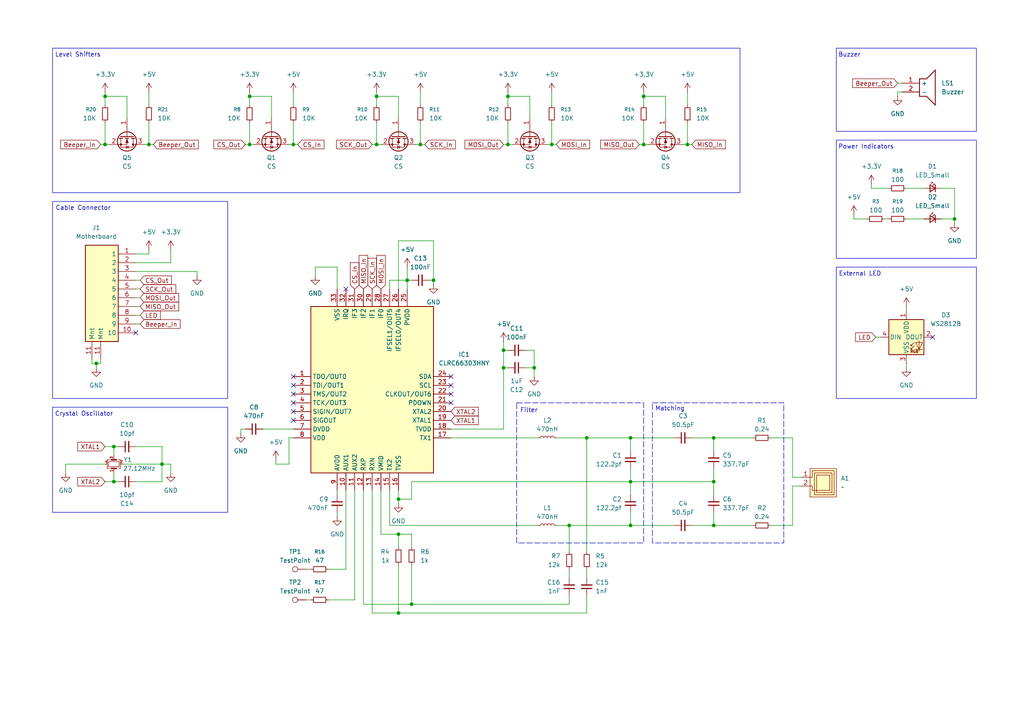
<source format=kicad_sch>
(kicad_sch (version 20250114) (generator "eeschema") (generator_version "9.0")
  (paper "A4")
  (title_block (title "Heimdall Reader") (date "2025-09-14") (rev "0.1") (company "Make Salt Lake") (comment 1 "https://github.com/makesaltlake/heimdall"))
  (rectangle (start 242.57 13.97) (end 283.21 38.1))
  (rectangle (start 15.24 58.42) (end 66.04 115.57))
  (rectangle (start 242.57 40.64) (end 283.21 74.93))
  (rectangle (start 15.24 13.97) (end 214.63 55.88))
  (rectangle (start 15.24 118.11) (end 66.04 148.59))
  (rectangle (start 242.57 77.47) (end 283.21 115.57))
  (rectangle (start 149.86 116.84) (end 186.69 157.48) (stroke (width 0) (type dash)))
  (rectangle (start 189.23 116.84) (end 227.33 157.48) (stroke (width 0) (type dash)))
  (text "External LED" (at 249.428 79.502 0) (effects (font (size 1.27 1.27))))
  (text "Crystal Oscillator" (at 24.384 120.142 0) (effects (font (size 1.27 1.27))))
  (text "Power Indicators" (at 251.206 42.672 0) (effects (font (size 1.27 1.27))))
  (text "Matching" (at 194.31 118.618 0) (effects (font (size 1.27 1.27))))
  (text "Cable Connector" (at 24.13 60.452 0) (effects (font (size 1.27 1.27))))
  (text "Buzzer" (at 246.38 16.002 0) (effects (font (size 1.27 1.27))))
  (text "Level Shifters" (at 22.606 16.002 0) (effects (font (size 1.27 1.27))))
  (text "Filter" (at 153.416 119.126 0) (effects (font (size 1.27 1.27))))
  (junction (at 33.02 129.54))
  (junction (at 115.57 154.94))
  (junction (at 160.02 41.91))
  (junction (at 207.01 152.4))
  (junction (at 170.18 127))
  (junction (at 147.32 27.94))
  (junction (at 115.57 144.78))
  (junction (at 43.18 41.91))
  (junction (at 30.48 41.91))
  (junction (at 207.01 127))
  (junction (at 182.88 152.4))
  (junction (at 46.99 134.62))
  (junction (at 30.48 27.94))
  (junction (at 85.09 41.91))
  (junction (at 119.38 175.26))
  (junction (at 146.05 106.68))
  (junction (at 186.69 27.94))
  (junction (at 199.39 41.91))
  (junction (at 147.32 41.91))
  (junction (at 72.39 41.91))
  (junction (at 125.73 81.28))
  (junction (at 33.02 139.7))
  (junction (at 186.69 41.91))
  (junction (at 27.94 105.41))
  (junction (at 121.92 41.91))
  (junction (at 182.88 139.7))
  (junction (at 118.11 81.28))
  (junction (at 115.57 177.8))
  (junction (at 146.05 101.6))
  (junction (at 165.1 152.4))
  (junction (at 154.94 106.68))
  (junction (at 109.22 27.94))
  (junction (at 276.86 63.5))
  (junction (at 182.88 127))
  (junction (at 72.39 27.94))
  (junction (at 207.01 139.7))
  (junction (at 109.22 41.91))
  (no_connect (at 85.09 119.38))
  (no_connect (at 39.37 96.52))
  (no_connect (at 85.09 121.92))
  (no_connect (at 130.81 111.76))
  (no_connect (at 100.33 83.82))
  (no_connect (at 270.51 97.79))
  (no_connect (at 130.81 114.3))
  (no_connect (at 130.81 109.22))
  (no_connect (at 130.81 116.84))
  (no_connect (at 85.09 111.76))
  (no_connect (at 85.09 114.3))
  (no_connect (at 85.09 109.22))
  (no_connect (at 85.09 116.84))
  (wire (pts (xy 91.44 77.47) (xy 91.44 80.01)))
  (wire (pts (xy 33.02 139.7) (xy 34.29 139.7)))
  (wire (pts (xy 71.12 124.46) (xy 69.85 124.46)))
  (wire (pts (xy 36.83 27.94) (xy 30.48 27.94)))
  (wire (pts (xy 199.39 41.91) (xy 200.66 41.91)))
  (wire (pts (xy 40.64 88.9) (xy 39.37 88.9)))
  (wire (pts (xy 207.01 135.89) (xy 207.01 139.7)))
  (wire (pts (xy 165.1 152.4) (xy 182.88 152.4)))
  (wire (pts (xy 97.79 83.82) (xy 97.79 77.47)))
  (wire (pts (xy 262.89 106.68) (xy 262.89 105.41)))
  (wire (pts (xy 147.32 35.56) (xy 147.32 41.91)))
  (wire (pts (xy 33.02 137.16) (xy 33.02 139.7)))
  (wire (pts (xy 40.64 83.82) (xy 39.37 83.82)))
  (wire (pts (xy 40.64 86.36) (xy 39.37 86.36)))
  (wire (pts (xy 46.99 134.62) (xy 46.99 139.7)))
  (wire (pts (xy 146.05 106.68) (xy 147.32 106.68)))
  (wire (pts (xy 85.09 127) (xy 83.82 127)))
  (wire (pts (xy 223.52 152.4) (xy 229.87 152.4)))
  (wire (pts (xy 40.64 93.98) (xy 39.37 93.98)))
  (wire (pts (xy 39.37 73.66) (xy 43.18 73.66)))
  (wire (pts (xy 29.21 41.91) (xy 30.48 41.91)))
  (wire (pts (xy 160.02 26.67) (xy 160.02 30.48)))
  (wire (pts (xy 88.9 165.1) (xy 90.17 165.1)))
  (wire (pts (xy 257.81 54.61) (xy 252.73 54.61)))
  (wire (pts (xy 85.09 41.91) (xy 83.82 41.91)))
  (wire (pts (xy 97.79 77.47) (xy 91.44 77.47)))
  (wire (pts (xy 19.05 134.62) (xy 19.05 137.16)))
  (wire (pts (xy 33.02 129.54) (xy 33.02 132.08)))
  (wire (pts (xy 121.92 41.91) (xy 123.19 41.91)))
  (wire (pts (xy 170.18 127) (xy 170.18 160.02)))
  (wire (pts (xy 29.21 104.14) (xy 29.21 105.41)))
  (wire (pts (xy 49.53 134.62) (xy 46.99 134.62)))
  (wire (pts (xy 30.48 129.54) (xy 33.02 129.54)))
  (wire (pts (xy 83.82 127) (xy 83.82 134.62)))
  (wire (pts (xy 72.39 27.94) (xy 72.39 30.48)))
  (wire (pts (xy 72.39 41.91) (xy 73.66 41.91)))
  (wire (pts (xy 85.09 26.67) (xy 85.09 30.48)))
  (wire (pts (xy 207.01 148.59) (xy 207.01 152.4)))
  (wire (pts (xy 199.39 26.67) (xy 199.39 30.48)))
  (wire (pts (xy 182.88 139.7) (xy 207.01 139.7)))
  (wire (pts (xy 170.18 165.1) (xy 170.18 167.64)))
  (wire (pts (xy 160.02 35.56) (xy 160.02 41.91)))
  (wire (pts (xy 33.02 129.54) (xy 34.29 129.54)))
  (wire (pts (xy 85.09 41.91) (xy 86.36 41.91)))
  (wire (pts (xy 119.38 139.7) (xy 182.88 139.7)))
  (wire (pts (xy 115.57 146.05) (xy 115.57 144.78)))
  (wire (pts (xy 161.29 152.4) (xy 165.1 152.4)))
  (wire (pts (xy 170.18 172.72) (xy 170.18 177.8)))
  (wire (pts (xy 260.35 26.67) (xy 260.35 27.94)))
  (wire (pts (xy 161.29 127) (xy 170.18 127)))
  (wire (pts (xy 256.54 63.5) (xy 257.81 63.5)))
  (wire (pts (xy 95.25 173.99) (xy 102.87 173.99)))
  (wire (pts (xy 119.38 139.7) (xy 119.38 144.78)))
  (wire (pts (xy 262.89 54.61) (xy 267.97 54.61)))
  (wire (pts (xy 182.88 127) (xy 182.88 130.81)))
  (wire (pts (xy 118.11 77.47) (xy 118.11 81.28)))
  (wire (pts (xy 200.66 127) (xy 207.01 127)))
  (wire (pts (xy 97.79 148.59) (xy 97.79 149.86)))
  (wire (pts (xy 247.65 63.5) (xy 251.46 63.5)))
  (wire (pts (xy 160.02 41.91) (xy 161.29 41.91)))
  (wire (pts (xy 276.86 63.5) (xy 276.86 64.77)))
  (wire (pts (xy 115.57 69.85) (xy 125.73 69.85)))
  (wire (pts (xy 262.89 63.5) (xy 267.97 63.5)))
  (wire (pts (xy 160.02 41.91) (xy 158.75 41.91)))
  (wire (pts (xy 165.1 152.4) (xy 165.1 160.02)))
  (wire (pts (xy 115.57 177.8) (xy 170.18 177.8)))
  (wire (pts (xy 85.09 35.56) (xy 85.09 41.91)))
  (wire (pts (xy 97.79 142.24) (xy 97.79 143.51)))
  (wire (pts (xy 165.1 165.1) (xy 165.1 167.64)))
  (wire (pts (xy 30.48 26.67) (xy 30.48 27.94)))
  (wire (pts (xy 229.87 138.43) (xy 232.41 138.43)))
  (wire (pts (xy 102.87 173.99) (xy 102.87 142.24)))
  (wire (pts (xy 119.38 81.28) (xy 118.11 81.28)))
  (wire (pts (xy 146.05 41.91) (xy 147.32 41.91)))
  (wire (pts (xy 119.38 154.94) (xy 119.38 158.75)))
  (wire (pts (xy 113.03 142.24) (xy 113.03 152.4)))
  (wire (pts (xy 261.62 26.67) (xy 260.35 26.67)))
  (wire (pts (xy 153.67 34.29) (xy 153.67 27.94)))
  (wire (pts (xy 113.03 83.82) (xy 113.03 81.28)))
  (wire (pts (xy 119.38 163.83) (xy 119.38 175.26)))
  (wire (pts (xy 107.95 142.24) (xy 107.95 177.8)))
  (wire (pts (xy 107.95 177.8) (xy 115.57 177.8)))
  (wire (pts (xy 115.57 34.29) (xy 115.57 27.94)))
  (wire (pts (xy 110.49 154.94) (xy 115.57 154.94)))
  (wire (pts (xy 30.48 134.62) (xy 19.05 134.62)))
  (wire (pts (xy 260.35 24.13) (xy 261.62 24.13)))
  (wire (pts (xy 121.92 35.56) (xy 121.92 41.91)))
  (wire (pts (xy 107.95 41.91) (xy 109.22 41.91)))
  (wire (pts (xy 26.67 104.14) (xy 26.67 105.41)))
  (wire (pts (xy 147.32 27.94) (xy 147.32 30.48)))
  (wire (pts (xy 43.18 73.66) (xy 43.18 72.39)))
  (wire (pts (xy 207.01 127) (xy 218.44 127)))
  (wire (pts (xy 182.88 135.89) (xy 182.88 139.7)))
  (wire (pts (xy 182.88 148.59) (xy 182.88 152.4)))
  (wire (pts (xy 27.94 106.68) (xy 27.94 105.41)))
  (wire (pts (xy 39.37 129.54) (xy 46.99 129.54)))
  (wire (pts (xy 186.69 35.56) (xy 186.69 41.91)))
  (wire (pts (xy 273.05 63.5) (xy 276.86 63.5)))
  (wire (pts (xy 130.81 127) (xy 156.21 127)))
  (wire (pts (xy 262.89 88.9) (xy 262.89 90.17)))
  (wire (pts (xy 27.94 105.41) (xy 26.67 105.41)))
  (wire (pts (xy 146.05 106.68) (xy 146.05 101.6)))
  (wire (pts (xy 109.22 27.94) (xy 109.22 30.48)))
  (wire (pts (xy 200.66 152.4) (xy 207.01 152.4)))
  (wire (pts (xy 72.39 35.56) (xy 72.39 41.91)))
  (wire (pts (xy 105.41 142.24) (xy 105.41 175.26)))
  (wire (pts (xy 105.41 175.26) (xy 119.38 175.26)))
  (wire (pts (xy 193.04 34.29) (xy 193.04 27.94)))
  (wire (pts (xy 35.56 134.62) (xy 46.99 134.62)))
  (wire (pts (xy 153.67 27.94) (xy 147.32 27.94)))
  (wire (pts (xy 193.04 27.94) (xy 186.69 27.94)))
  (wire (pts (xy 110.49 142.24) (xy 110.49 154.94)))
  (wire (pts (xy 207.01 152.4) (xy 218.44 152.4)))
  (wire (pts (xy 207.01 139.7) (xy 207.01 143.51)))
  (wire (pts (xy 182.88 152.4) (xy 195.58 152.4)))
  (wire (pts (xy 229.87 140.97) (xy 229.87 152.4)))
  (wire (pts (xy 125.73 69.85) (xy 125.73 81.28)))
  (wire (pts (xy 119.38 175.26) (xy 165.1 175.26)))
  (wire (pts (xy 78.74 27.94) (xy 72.39 27.94)))
  (wire (pts (xy 115.57 163.83) (xy 115.57 177.8)))
  (wire (pts (xy 182.88 139.7) (xy 182.88 143.51)))
  (wire (pts (xy 154.94 109.22) (xy 154.94 106.68)))
  (wire (pts (xy 27.94 105.41) (xy 29.21 105.41)))
  (wire (pts (xy 115.57 142.24) (xy 115.57 144.78)))
  (wire (pts (xy 43.18 41.91) (xy 41.91 41.91)))
  (wire (pts (xy 30.48 41.91) (xy 31.75 41.91)))
  (wire (pts (xy 146.05 124.46) (xy 146.05 106.68)))
  (wire (pts (xy 152.4 101.6) (xy 154.94 101.6)))
  (wire (pts (xy 69.85 124.46) (xy 69.85 125.73)))
  (wire (pts (xy 154.94 101.6) (xy 154.94 106.68)))
  (wire (pts (xy 36.83 34.29) (xy 36.83 27.94)))
  (wire (pts (xy 30.48 27.94) (xy 30.48 30.48)))
  (wire (pts (xy 40.64 91.44) (xy 39.37 91.44)))
  (wire (pts (xy 229.87 140.97) (xy 232.41 140.97)))
  (wire (pts (xy 185.42 41.91) (xy 186.69 41.91)))
  (wire (pts (xy 43.18 41.91) (xy 44.45 41.91)))
  (wire (pts (xy 39.37 78.74) (xy 57.15 78.74)))
  (wire (pts (xy 276.86 54.61) (xy 276.86 63.5)))
  (wire (pts (xy 113.03 152.4) (xy 156.21 152.4)))
  (wire (pts (xy 121.92 26.67) (xy 121.92 30.48)))
  (wire (pts (xy 130.81 124.46) (xy 146.05 124.46)))
  (wire (pts (xy 273.05 54.61) (xy 276.86 54.61)))
  (wire (pts (xy 76.2 124.46) (xy 85.09 124.46)))
  (wire (pts (xy 71.12 41.91) (xy 72.39 41.91)))
  (wire (pts (xy 186.69 26.67) (xy 186.69 27.94)))
  (wire (pts (xy 78.74 34.29) (xy 78.74 27.94)))
  (wire (pts (xy 30.48 35.56) (xy 30.48 41.91)))
  (wire (pts (xy 199.39 35.56) (xy 199.39 41.91)))
  (wire (pts (xy 80.01 134.62) (xy 80.01 133.35)))
  (wire (pts (xy 43.18 26.67) (xy 43.18 30.48)))
  (wire (pts (xy 109.22 41.91) (xy 110.49 41.91)))
  (wire (pts (xy 49.53 76.2) (xy 49.53 72.39)))
  (wire (pts (xy 115.57 83.82) (xy 115.57 69.85)))
  (wire (pts (xy 247.65 63.5) (xy 247.65 62.23)))
  (wire (pts (xy 170.18 127) (xy 182.88 127)))
  (wire (pts (xy 186.69 27.94) (xy 186.69 30.48)))
  (wire (pts (xy 46.99 139.7) (xy 39.37 139.7)))
  (wire (pts (xy 199.39 41.91) (xy 198.12 41.91)))
  (wire (pts (xy 88.9 173.99) (xy 90.17 173.99)))
  (wire (pts (xy 207.01 127) (xy 207.01 130.81)))
  (wire (pts (xy 154.94 106.68) (xy 152.4 106.68)))
  (wire (pts (xy 115.57 144.78) (xy 119.38 144.78)))
  (wire (pts (xy 57.15 78.74) (xy 57.15 80.01)))
  (wire (pts (xy 83.82 134.62) (xy 80.01 134.62)))
  (wire (pts (xy 252.73 54.61) (xy 252.73 53.34)))
  (wire (pts (xy 146.05 101.6) (xy 146.05 99.06)))
  (wire (pts (xy 115.57 27.94) (xy 109.22 27.94)))
  (wire (pts (xy 43.18 35.56) (xy 43.18 41.91)))
  (wire (pts (xy 229.87 127) (xy 229.87 138.43)))
  (wire (pts (xy 223.52 127) (xy 229.87 127)))
  (wire (pts (xy 72.39 26.67) (xy 72.39 27.94)))
  (wire (pts (xy 118.11 81.28) (xy 118.11 83.82)))
  (wire (pts (xy 40.64 81.28) (xy 39.37 81.28)))
  (wire (pts (xy 115.57 154.94) (xy 119.38 154.94)))
  (wire (pts (xy 115.57 154.94) (xy 115.57 158.75)))
  (wire (pts (xy 147.32 41.91) (xy 148.59 41.91)))
  (wire (pts (xy 100.33 165.1) (xy 95.25 165.1)))
  (wire (pts (xy 100.33 142.24) (xy 100.33 165.1)))
  (wire (pts (xy 109.22 35.56) (xy 109.22 41.91)))
  (wire (pts (xy 113.03 81.28) (xy 118.11 81.28)))
  (wire (pts (xy 30.48 139.7) (xy 33.02 139.7)))
  (wire (pts (xy 49.53 137.16) (xy 49.53 134.62)))
  (wire (pts (xy 182.88 127) (xy 195.58 127)))
  (wire (pts (xy 146.05 101.6) (xy 147.32 101.6)))
  (wire (pts (xy 165.1 172.72) (xy 165.1 175.26)))
  (wire (pts (xy 39.37 76.2) (xy 49.53 76.2)))
  (wire (pts (xy 147.32 26.67) (xy 147.32 27.94)))
  (wire (pts (xy 254 97.79) (xy 255.27 97.79)))
  (wire (pts (xy 109.22 26.67) (xy 109.22 27.94)))
  (wire (pts (xy 186.69 41.91) (xy 187.96 41.91)))
  (wire (pts (xy 121.92 41.91) (xy 120.65 41.91)))
  (wire (pts (xy 125.73 82.55) (xy 125.73 81.28)))
  (wire (pts (xy 125.73 81.28) (xy 124.46 81.28)))
  (wire (pts (xy 46.99 129.54) (xy 46.99 134.62)))
  (global_label "XTAL2" (shape input) (at 30.48 139.7 180) (property "Intersheetrefs" "${INTERSHEET_REFS}" (effects (hide yes))))
  (global_label "Beeper_Out" (shape input) (at 260.35 24.13 180) (property "Intersheetrefs" "${INTERSHEET_REFS}" (effects (hide yes))))
  (global_label "Beeper_In" (shape input) (at 40.64 93.98 0) (property "Intersheetrefs" "${INTERSHEET_REFS}" (effects (hide yes))))
  (global_label "SCK_Out" (shape input) (at 40.64 83.82 0) (property "Intersheetrefs" "${INTERSHEET_REFS}" (effects (hide yes))))
  (global_label "SCK_In" (shape input) (at 107.95 83.82 90) (property "Intersheetrefs" "${INTERSHEET_REFS}" (effects (hide yes))))
  (global_label "LED" (shape input) (at 40.64 91.44 0) (property "Intersheetrefs" "${INTERSHEET_REFS}" (effects (hide yes))))
  (global_label "XTAL1" (shape input) (at 130.81 121.92 0) (property "Intersheetrefs" "${INTERSHEET_REFS}" (effects (hide yes))))
  (global_label "MOSI_In" (shape input) (at 161.29 41.91 0) (property "Intersheetrefs" "${INTERSHEET_REFS}" (effects (hide yes))))
  (global_label "CS_In" (shape input) (at 102.87 83.82 90) (property "Intersheetrefs" "${INTERSHEET_REFS}" (effects (hide yes))))
  (global_label "XTAL1" (shape input) (at 30.48 129.54 180) (property "Intersheetrefs" "${INTERSHEET_REFS}" (effects (hide yes))))
  (global_label "SCK_In" (shape input) (at 123.19 41.91 0) (property "Intersheetrefs" "${INTERSHEET_REFS}" (effects (hide yes))))
  (global_label "CS_Out" (shape input) (at 71.12 41.91 180) (property "Intersheetrefs" "${INTERSHEET_REFS}" (effects (hide yes))))
  (global_label "MOSI_Out" (shape input) (at 146.05 41.91 180) (property "Intersheetrefs" "${INTERSHEET_REFS}" (effects (hide yes))))
  (global_label "MISO_In" (shape input) (at 105.41 83.82 90) (property "Intersheetrefs" "${INTERSHEET_REFS}" (effects (hide yes))))
  (global_label "LED" (shape input) (at 254 97.79 180) (property "Intersheetrefs" "${INTERSHEET_REFS}" (effects (hide yes))))
  (global_label "Beeper_Out" (shape input) (at 44.45 41.91 0) (property "Intersheetrefs" "${INTERSHEET_REFS}" (effects (hide yes))))
  (global_label "SCK_Out" (shape input) (at 107.95 41.91 180) (property "Intersheetrefs" "${INTERSHEET_REFS}" (effects (hide yes))))
  (global_label "Beeper_In" (shape input) (at 29.21 41.91 180) (property "Intersheetrefs" "${INTERSHEET_REFS}" (effects (hide yes))))
  (global_label "XTAL2" (shape input) (at 130.81 119.38 0) (property "Intersheetrefs" "${INTERSHEET_REFS}" (effects (hide yes))))
  (global_label "CS_In" (shape input) (at 86.36 41.91 0) (property "Intersheetrefs" "${INTERSHEET_REFS}" (effects (hide yes))))
  (global_label "CS_Out" (shape input) (at 40.64 81.28 0) (property "Intersheetrefs" "${INTERSHEET_REFS}" (effects (hide yes))))
  (global_label "MOSI_Out" (shape input) (at 40.64 86.36 0) (property "Intersheetrefs" "${INTERSHEET_REFS}" (effects (hide yes))))
  (global_label "MISO_Out" (shape input) (at 40.64 88.9 0) (property "Intersheetrefs" "${INTERSHEET_REFS}" (effects (hide yes))))
  (global_label "MISO_In" (shape input) (at 200.66 41.91 0) (property "Intersheetrefs" "${INTERSHEET_REFS}" (effects (hide yes))))
  (global_label "MOSI_In" (shape input) (at 110.49 83.82 90) (property "Intersheetrefs" "${INTERSHEET_REFS}" (effects (hide yes))))
  (global_label "MISO_Out" (shape input) (at 185.42 41.91 180) (property "Intersheetrefs" "${INTERSHEET_REFS}" (effects (hide yes))))
  (symbol (lib_id "power:GND") (at 262.89 106.68 0) (unit 1)
    (property "Reference" "#PWR09" (effects (hide yes)))
    (property "Value" "GND" (at 262.89 111.76 0))
    (property "Description" "Power symbol creates a global label with name \"GND\" , ground" (effects (hide yes)))
  )
  (symbol (lib_id "Device:R_Small") (at 115.57 161.29 0) (mirror x) (unit 1)
    (property "Reference" "R4" (at 113.03 160.0199 0) (effects (justify right)))
    (property "Value" "1k" (at 113.03 162.5599 0) (effects (justify right)))
    (property "Footprint" "Resistor_SMD:R_0805_2012Metric_Pad1.20x1.40mm_HandSolder" (effects (hide yes)))
    (property "Datasheet" "https://www.mouser.com/ProductDetail/Vishay/TNPW08051K00FEEA?qs=4CveT0Ftx0oXPRWW%252BDtRJw%3D%3D" (effects (hide yes)))
    (property "Description" "Resistor, small symbol" (effects (hide yes)))
  )
  (symbol (lib_id "Transistor_FET:BSS138") (at 36.83 39.37 270) (unit 1)
    (property "Reference" "Q5" (at 36.83 45.72 90))
    (property "Value" "CS" (at 36.83 48.26 90))
    (property "Footprint" "Package_TO_SOT_SMD:SOT-23" (effects (hide yes)))
    (property "Datasheet" "https://www.onsemi.com/pub/Collateral/BSS138-D.PDF" (effects (hide yes)))
    (property "Description" "50V Vds, 0.22A Id, N-Channel MOSFET, SOT-23" (effects (hide yes)))
  )
  (symbol (lib_id "Device:C_Small") (at 198.12 127 90) (unit 1)
    (property "Reference" "C3" (at 198.1263 120.65 90))
    (property "Value" "50.5pF" (at 198.1263 123.19 90))
    (property "Footprint" "Capacitor_SMD:C_0805_2012Metric_Pad1.18x1.45mm_HandSolder" (effects (hide yes)))
    (property "Datasheet" "https://www.mouser.com/ProductDetail/KYOCERA-AVX/08051A500GAT2A?qs=Opzbdpd8BSZ0Jytbn27Phg%3D%3D" (effects (hide yes)))
    (property "Description" "Unpolarized capacitor, small symbol" (effects (hide yes)))
  )
  (symbol (lib_id "Device:L_Small") (at 158.75 152.4 90) (unit 1)
    (property "Reference" "L1" (at 158.75 147.32 90))
    (property "Value" "470nH" (at 158.75 149.86 90))
    (property "Footprint" "Inductor_SMD:L_0805_2012Metric_Pad1.15x1.40mm_HandSolder" (effects (hide yes)))
    (property "Datasheet" "https://www.mouser.com/ProductDetail/Eaton-Electronics/MCL2012V2-471-R?qs=uwxL4vQweFP%252B2BrSw%2Fj1Ew%3D%3D" (effects (hide yes)))
    (property "Description" "Inductor, small symbol" (effects (hide yes)))
  )
  (symbol (lib_id "Transistor_FET:BSS138") (at 153.67 39.37 270) (unit 1)
    (property "Reference" "Q3" (at 153.67 45.72 90))
    (property "Value" "CS" (at 153.67 48.26 90))
    (property "Footprint" "Package_TO_SOT_SMD:SOT-23" (effects (hide yes)))
    (property "Datasheet" "https://www.onsemi.com/pub/Collateral/BSS138-D.PDF" (effects (hide yes)))
    (property "Description" "50V Vds, 0.22A Id, N-Channel MOSFET, SOT-23" (effects (hide yes)))
  )
  (symbol (lib_id "power:GND") (at 115.57 146.05 0) (unit 1)
    (property "Reference" "#PWR020" (effects (hide yes)))
    (property "Value" "GND" (at 115.57 151.13 0))
    (property "Description" "Power symbol creates a global label with name \"GND\" , ground" (effects (hide yes)))
  )
  (symbol (lib_id "power:+5V") (at 146.05 99.06 0) (unit 1)
    (property "Reference" "#PWR015" (effects (hide yes)))
    (property "Value" "+5V" (at 146.05 93.98 0))
    (property "Description" "Power symbol creates a global label with name \"+5V\"" (effects (hide yes)))
  )
  (symbol (lib_id "Device:C_Small") (at 97.79 146.05 0) (mirror y) (unit 1)
    (property "Reference" "C9" (at 95.25 144.7862 0) (effects (justify left)))
    (property "Value" "470nF" (at 95.25 147.3262 0) (effects (justify left)))
    (property "Footprint" "Capacitor_SMD:C_0805_2012Metric_Pad1.18x1.45mm_HandSolder" (effects (hide yes)))
    (property "Datasheet" "https://www.mouser.com/ProductDetail/KEMET/C0805C474J5REC7210?qs=55YtniHzbhBIB%252B2OjgsYHA%3D%3D" (effects (hide yes)))
    (property "Description" "Unpolarized capacitor, small symbol" (effects (hide yes)))
  )
  (symbol (lib_id "power:GND") (at 91.44 80.01 0) (unit 1)
    (property "Reference" "#PWR017" (effects (hide yes)))
    (property "Value" "GND" (at 91.44 85.09 0))
    (property "Description" "Power symbol creates a global label with name \"GND\" , ground" (effects (hide yes)))
  )
  (symbol (lib_id "power:+5V") (at 262.89 88.9 0) (unit 1)
    (property "Reference" "#PWR08" (effects (hide yes)))
    (property "Value" "+5V" (at 262.89 83.82 0))
    (property "Description" "Power symbol creates a global label with name \"+5V\"" (effects (hide yes)))
  )
  (symbol (lib_id "Device:C_Small") (at 36.83 129.54 90) (unit 1)
    (property "Reference" "C10" (at 36.8363 123.19 90))
    (property "Value" "10pf" (at 36.8363 125.73 90))
    (property "Footprint" "Capacitor_SMD:C_0805_2012Metric_Pad1.18x1.45mm_HandSolder" (effects (hide yes)))
    (property "Datasheet" "https://www.mouser.com/ProductDetail/KEMET/C0805C100J5RACTU?qs=1JqqoYsYnNenNYMyFue%2FYw%3D%3D" (effects (hide yes)))
    (property "Description" "Unpolarized capacitor, small symbol" (effects (hide yes)))
  )
  (symbol (lib_id "power:+3.3V") (at 49.53 72.39 0) (unit 1)
    (property "Reference" "#PWR011" (effects (hide yes)))
    (property "Value" "+3.3V" (at 49.53 67.31 0))
    (property "Description" "Power symbol creates a global label with name \"+3.3V\"" (effects (hide yes)))
  )
  (symbol (lib_name "R_Small_1") (lib_id "Device:R_Small") (at 72.39 33.02 0) (unit 1)
    (property "Reference" "R8" (at 69.85 31.7499 0) (effects (font (size 1.016 1.016)) (justify right)))
    (property "Value" "10K" (at 69.85 34.2899 0) (effects (justify right)))
    (property "Footprint" "Resistor_SMD:R_0805_2012Metric_Pad1.20x1.40mm_HandSolder" (effects (hide yes)))
    (property "Datasheet" "https://www.mouser.com/ProductDetail/279-CPF0805F10KC1" (effects (hide yes)))
    (property "Description" "Resistor, small symbol" (effects (hide yes)))
  )
  (symbol (lib_name "R_Small_1") (lib_id "Device:R_Small") (at 85.09 33.02 0) (mirror y) (unit 1)
    (property "Reference" "R9" (at 87.63 31.7499 0) (effects (font (size 1.016 1.016)) (justify right)))
    (property "Value" "10K" (at 87.63 34.2899 0) (effects (justify right)))
    (property "Footprint" "Resistor_SMD:R_0805_2012Metric_Pad1.20x1.40mm_HandSolder" (effects (hide yes)))
    (property "Datasheet" "https://www.mouser.com/ProductDetail/279-CPF0805F10KC1" (effects (hide yes)))
    (property "Description" "Resistor, small symbol" (effects (hide yes)))
  )
  (symbol (lib_id "power:GND") (at 125.73 82.55 0) (unit 1)
    (property "Reference" "#PWR019" (effects (hide yes)))
    (property "Value" "GND" (at 125.73 87.63 0))
    (property "Description" "Power symbol creates a global label with name \"GND\" , ground" (effects (hide yes)))
  )
  (symbol (lib_id "power:+3.3V") (at 252.73 53.34 0) (unit 1)
    (property "Reference" "#PWR028" (effects (hide yes)))
    (property "Value" "+3.3V" (at 252.73 48.26 0))
    (property "Description" "Power symbol creates a global label with name \"+3.3V\"" (effects (hide yes)))
  )
  (symbol (lib_id "Transistor_FET:BSS138") (at 78.74 39.37 270) (unit 1)
    (property "Reference" "Q1" (at 78.74 45.72 90))
    (property "Value" "CS" (at 78.74 48.26 90))
    (property "Footprint" "Package_TO_SOT_SMD:SOT-23" (effects (hide yes)))
    (property "Datasheet" "https://www.onsemi.com/pub/Collateral/BSS138-D.PDF" (effects (hide yes)))
    (property "Description" "50V Vds, 0.22A Id, N-Channel MOSFET, SOT-23" (effects (hide yes)))
  )
  (symbol (lib_id "Transistor_FET:BSS138") (at 115.57 39.37 270) (unit 1)
    (property "Reference" "Q2" (at 115.57 45.72 90))
    (property "Value" "CS" (at 115.57 48.26 90))
    (property "Footprint" "Package_TO_SOT_SMD:SOT-23" (effects (hide yes)))
    (property "Datasheet" "https://www.onsemi.com/pub/Collateral/BSS138-D.PDF" (effects (hide yes)))
    (property "Description" "50V Vds, 0.22A Id, N-Channel MOSFET, SOT-23" (effects (hide yes)))
  )
  (symbol (lib_id "Device:Crystal_GND24_Small") (at 33.02 134.62 90) (unit 1)
    (property "Reference" "Y1" (at 37.084 133.35 90))
    (property "Value" "27.12MHz" (at 40.386 135.89 90))
    (property "Footprint" "Crystal:Crystal_SMD_3225-4Pin_3.2x2.5mm" (effects (hide yes)))
    (property "Datasheet" "https://www.mouser.com/ProductDetail/Wurth-Elektronik/830106246109?qs=hWgE7mdIu5T9%252BKuBu%252B4coA%3D%3D" (effects (hide yes)))
    (property "Description" "Four pin crystal, GND on pins 2 and 4, small symbol" (effects (hide yes)))
  )
  (symbol (lib_id "power:GND") (at 19.05 137.16 0) (unit 1)
    (property "Reference" "#PWR05" (effects (hide yes)))
    (property "Value" "GND" (at 19.05 142.24 0))
    (property "Description" "Power symbol creates a global label with name \"GND\" , ground" (effects (hide yes)))
  )
  (symbol (lib_id "power:GND") (at 97.79 149.86 0) (unit 1)
    (property "Reference" "#PWR03" (effects (hide yes)))
    (property "Value" "GND" (at 97.79 154.94 0))
    (property "Description" "Power symbol creates a global label with name \"GND\" , ground" (effects (hide yes)))
  )
  (symbol (lib_id "heimdall_symbols:antenna_50x50") (at 234.95 139.7 0) (unit 1)
    (property "Reference" "A1" (at 243.84 138.7474 0) (effects (justify left)))
    (property "Value" "~" (at 243.84 141.2874 0) (effects (justify left)))
    (property "Footprint" "Heimdall:Anetnna_50x50" (effects (hide yes)))
  )
  (symbol (lib_id "power:GND") (at 27.94 106.68 0) (unit 1)
    (property "Reference" "#PWR031" (effects (hide yes)))
    (property "Value" "GND" (at 27.94 111.76 0))
    (property "Description" "Power symbol creates a global label with name \"GND\" , ground" (effects (hide yes)))
  )
  (symbol (lib_id "LED:WS2812B") (at 262.89 97.79 0) (unit 1)
    (property "Reference" "D3" (at 274.32 91.3698 0))
    (property "Value" "WS2812B" (at 274.32 93.9098 0))
    (property "Footprint" "LED_SMD:LED_WS2812B_PLCC4_5.0x5.0mm_P3.2mm" (effects (hide yes)))
    (property "Datasheet" "https://cdn-shop.adafruit.com/datasheets/WS2812B.pdf" (effects (hide yes)))
    (property "Description" "RGB LED with integrated controller" (effects (hide yes)))
  )
  (symbol (lib_id "power:+5V") (at 160.02 26.67 0) (unit 1)
    (property "Reference" "#PWR025" (effects (hide yes)))
    (property "Value" "+5V" (at 160.02 21.59 0))
    (property "Description" "Power symbol creates a global label with name \"+5V\"" (effects (hide yes)))
  )
  (symbol (lib_name "R_Small_3") (lib_id "Device:R_Small") (at 260.35 63.5 90) (unit 1)
    (property "Reference" "R19" (at 260.35 58.42 90) (effects (font (size 1.016 1.016))))
    (property "Value" "100" (at 260.35 60.96 90))
    (property "Footprint" "Resistor_SMD:R_0805_2012Metric_Pad1.20x1.40mm_HandSolder" (effects (hide yes)))
    (property "Datasheet" "https://www.mouser.com/ProductDetail/Panasonic/ERA-6AEB101V?qs=1VWA5LkbEao8sH84VneDFA%3D%3D" (effects (hide yes)))
    (property "Description" "Resistor, small symbol" (effects (hide yes)))
  )
  (symbol (lib_id "Device:LED_Small") (at 270.51 63.5 0) (mirror y) (unit 1)
    (property "Reference" "D2" (at 270.4465 57.15 0))
    (property "Value" "LED_Small" (at 270.4465 59.69 0))
    (property "Footprint" "LED_SMD:LED_0805_2012Metric_Pad1.15x1.40mm_HandSolder" (effects (hide yes)))
    (property "Datasheet" "https://www.mouser.com/ProductDetail/Kingbright/APT2012PGW?qs=sGAEpiMZZMvVL5Kk7ZYykdz0UeQSxyTlrYah0Y9rf3M%3D" (effects (hide yes)))
    (property "Description" "Light emitting diode, small symbol" (effects (hide yes)))
    (property "Sim.Pin" "1=K 2=A" (effects (hide yes)))
  )
  (symbol (lib_id "power:GND") (at 260.35 27.94 0) (unit 1)
    (property "Reference" "#PWR021" (effects (hide yes)))
    (property "Value" "GND" (at 260.35 33.02 0))
    (property "Description" "Power symbol creates a global label with name \"GND\" , ground" (effects (hide yes)))
  )
  (symbol (lib_name "R_Small_1") (lib_id "Device:R_Small") (at 199.39 33.02 0) (mirror y) (unit 1)
    (property "Reference" "R15" (at 201.93 31.7499 0) (effects (font (size 1.016 1.016)) (justify right)))
    (property "Value" "10K" (at 201.93 34.2899 0) (effects (justify right)))
    (property "Footprint" "Resistor_SMD:R_0805_2012Metric_Pad1.20x1.40mm_HandSolder" (effects (hide yes)))
    (property "Datasheet" "https://www.mouser.com/ProductDetail/279-CPF0805F10KC1" (effects (hide yes)))
    (property "Description" "Resistor, small symbol" (effects (hide yes)))
  )
  (symbol (lib_id "heimdall_symbols:CMT-1075-SMT-TR") (at 261.62 24.13 0) (unit 1)
    (property "Reference" "LS1" (at 273.05 24.1299 0) (effects (justify left)))
    (property "Value" "Buzzer" (at 273.05 26.6699 0) (effects (justify left)))
    (property "Footprint" "CMT1075SMTTR" (effects (hide yes)))
    (property "Datasheet" "https://mou.sr/46Zl69d" (effects (hide yes)))
    (property "Description" "10 mm, 25 V, 75 dB, Surface Mount (SMT), Piezo Audio Transducer Buzzer" (effects (hide yes)))
    (property "Height" "3.6" (effects (hide yes)))
    (property "Mouser Part Number" "490-CMT-1075-SMT-TR" (effects (hide yes)))
    (property "Mouser Price/Stock" "https://www.mouser.co.uk/ProductDetail/Same-Sky/CMT-1075-SMT-TR?qs=WyjlAZoYn50V549TUJy5UQ%3D%3D" (effects (hide yes)))
    (property "Manufacturer_Name" "Same Sky" (effects (hide yes)))
    (property "Manufacturer_Part_Number" "CMT-1075-SMT-TR" (effects (hide yes)))
  )
  (symbol (lib_id "Device:R_Small") (at 220.98 152.4 90) (unit 1)
    (property "Reference" "R2" (at 220.98 147.32 90))
    (property "Value" "0.24" (at 220.98 149.86 90))
    (property "Footprint" "Resistor_SMD:R_0805_2012Metric_Pad1.20x1.40mm_HandSolder" (effects (hide yes)))
    (property "Datasheet" "https://www.mouser.com/ProductDetail/Vishay-Beyschlag/MCU08050C1008FP500?qs=sGAEpiMZZMvdGkrng054tylseMa3ZBi%2FZMfcJo6IYFo%3D" (effects (hide yes)))
    (property "Description" "Resistor, small symbol" (effects (hide yes)))
  )
  (symbol (lib_id "power:+5V") (at 118.11 77.47 0) (unit 1)
    (property "Reference" "#PWR07" (effects (hide yes)))
    (property "Value" "+5V" (at 118.11 72.39 0))
    (property "Description" "Power symbol creates a global label with name \"+5V\"" (effects (hide yes)))
  )
  (symbol (lib_id "power:+5V") (at 43.18 26.67 0) (unit 1)
    (property "Reference" "#PWR04" (effects (hide yes)))
    (property "Value" "+5V" (at 43.18 21.59 0))
    (property "Description" "Power symbol creates a global label with name \"+5V\"" (effects (hide yes)))
  )
  (symbol (lib_id "Device:L_Small") (at 158.75 127 90) (unit 1)
    (property "Reference" "L2" (at 158.75 121.92 90))
    (property "Value" "470nH" (at 158.75 124.46 90))
    (property "Footprint" "Inductor_SMD:L_0805_2012Metric_Pad1.15x1.40mm_HandSolder" (effects (hide yes)))
    (property "Datasheet" "https://www.mouser.com/ProductDetail/Eaton-Electronics/MCL2012V2-471-R?qs=uwxL4vQweFP%252B2BrSw%2Fj1Ew%3D%3D" (effects (hide yes)))
    (property "Description" "Inductor, small symbol" (effects (hide yes)))
  )
  (symbol (lib_id "power:+3.3V") (at 30.48 26.67 0) (unit 1)
    (property "Reference" "#PWR01" (effects (hide yes)))
    (property "Value" "+3.3V" (at 30.48 21.59 0))
    (property "Description" "Power symbol creates a global label with name \"+3.3V\"" (effects (hide yes)))
  )
  (symbol (lib_name "R_Small_1") (lib_id "Device:R_Small") (at 30.48 33.02 0) (unit 1)
    (property "Reference" "R20" (at 27.94 31.7499 0) (effects (font (size 1.016 1.016)) (justify right)))
    (property "Value" "10K" (at 27.94 34.2899 0) (effects (justify right)))
    (property "Footprint" "Resistor_SMD:R_0805_2012Metric_Pad1.20x1.40mm_HandSolder" (effects (hide yes)))
    (property "Datasheet" "https://www.mouser.com/ProductDetail/279-CPF0805F10KC1" (effects (hide yes)))
    (property "Description" "Resistor, small symbol" (effects (hide yes)))
  )
  (symbol (lib_id "heimdall_symbols:53398-1071") (at 16.51 73.66 0) (unit 1)
    (property "Reference" "J1" (at 27.94 66.04 0))
    (property "Value" "Motherboard" (at 27.94 68.58 0))
    (property "Footprint" "Heimdall COTS:533981071" (effects (hide yes)))
    (property "Datasheet" "https://www.molex.com/webdocs/datasheets/pdf/en-us/0533981071_PCB_HEADERS.pdf" (effects (hide yes)))
    (property "Description" "Molex PICOBLADE 53398, 1.25mm Pitch, 10 Way, 1 Row, Straight PCB Header, Surface Mount" (effects (hide yes)))
    (property "Height" "4" (effects (hide yes)))
    (property "Mouser Part Number" "538-53398-1071" (effects (hide yes)))
    (property "Mouser Price/Stock" "https://www.mouser.co.uk/ProductDetail/Molex/53398-1071?qs=yqtfsgZKt1RqrFk%252BM7Dc6A%3D%3D" (effects (hide yes)))
    (property "Manufacturer_Name" "Molex" (effects (hide yes)))
    (property "Manufacturer_Part_Number" "53398-1071" (effects (hide yes)))
  )
  (symbol (lib_id "power:+5V") (at 247.65 62.23 0) (unit 1)
    (property "Reference" "#PWR029" (effects (hide yes)))
    (property "Value" "+5V" (at 247.65 57.15 0))
    (property "Description" "Power symbol creates a global label with name \"+5V\"" (effects (hide yes)))
  )
  (symbol (lib_id "power:+3.3V") (at 109.22 26.67 0) (unit 1)
    (property "Reference" "#PWR022" (effects (hide yes)))
    (property "Value" "+3.3V" (at 109.22 21.59 0))
    (property "Description" "Power symbol creates a global label with name \"+3.3V\"" (effects (hide yes)))
  )
  (symbol (lib_id "power:GND") (at 57.15 80.01 0) (unit 1)
    (property "Reference" "#PWR012" (effects (hide yes)))
    (property "Value" "GND" (at 57.15 85.09 0))
    (property "Description" "Power symbol creates a global label with name \"GND\" , ground" (effects (hide yes)))
  )
  (symbol (lib_id "Connector:TestPoint") (at 88.9 173.99 90) (unit 1)
    (property "Reference" "TP2" (at 85.598 168.91 90))
    (property "Value" "TestPoint" (at 85.598 171.45 90))
    (property "Footprint" "TestPoint:TestPoint_Pad_D1.5mm" (effects (hide yes)))
    (property "Description" "test point" (effects (hide yes)))
  )
  (symbol (lib_id "Device:C_Small") (at 121.92 81.28 90) (unit 1)
    (property "Reference" "C13" (at 121.9263 74.93 90))
    (property "Value" "100nF" (at 121.9263 77.47 90))
    (property "Footprint" "Capacitor_SMD:C_0805_2012Metric_Pad1.18x1.45mm_HandSolder" (effects (hide yes)))
    (property "Datasheet" "https://www.mouser.com/ProductDetail/KEMET/C0805C104J5RACTU?qs=gbgtKHXraGH15GhoNPXHBg%3D%3D" (effects (hide yes)))
    (property "Description" "Unpolarized capacitor, small symbol" (effects (hide yes)))
  )
  (symbol (lib_id "Device:C_Small") (at 182.88 133.35 0) (mirror y) (unit 1)
    (property "Reference" "C1" (at 180.34 132.0862 0) (effects (justify left)))
    (property "Value" "122.2pf" (at 180.34 134.6262 0) (effects (justify left)))
    (property "Footprint" "Capacitor_SMD:C_0805_2012Metric_Pad1.18x1.45mm_HandSolder" (effects (hide yes)))
    (property "Datasheet" "https://www.mouser.com/ProductDetail/KEMET/C0805C121J5RACTU?qs=1oZ34yXfdDShLl8GctHH3g%3D%3D" (effects (hide yes)))
    (property "Description" "Unpolarized capacitor, small symbol" (effects (hide yes)))
  )
  (symbol (lib_name "R_Small_3") (lib_id "Device:R_Small") (at 254 63.5 90) (unit 1)
    (property "Reference" "R3" (at 254 58.42 90) (effects (font (size 1.016 1.016))))
    (property "Value" "100" (at 254 60.96 90))
    (property "Footprint" "Resistor_SMD:R_0805_2012Metric_Pad1.20x1.40mm_HandSolder" (effects (hide yes)))
    (property "Datasheet" "https://www.mouser.com/ProductDetail/Panasonic/ERA-6AEB101V?qs=1VWA5LkbEao8sH84VneDFA%3D%3D" (effects (hide yes)))
    (property "Description" "Resistor, small symbol" (effects (hide yes)))
  )
  (symbol (lib_id "Device:C_Small") (at 36.83 139.7 270) (unit 1)
    (property "Reference" "C14" (at 36.8237 146.05 90))
    (property "Value" "10pf" (at 36.8237 143.51 90))
    (property "Footprint" "Capacitor_SMD:C_0805_2012Metric_Pad1.18x1.45mm_HandSolder" (effects (hide yes)))
    (property "Datasheet" "https://www.mouser.com/ProductDetail/KEMET/C0805C100J5RACTU?qs=1JqqoYsYnNenNYMyFue%2FYw%3D%3D" (effects (hide yes)))
    (property "Description" "Unpolarized capacitor, small symbol" (effects (hide yes)))
  )
  (symbol (lib_id "Device:R_Small") (at 170.18 162.56 180) (unit 1)
    (property "Reference" "R5" (at 172.72 161.2899 0) (effects (justify right)))
    (property "Value" "12k" (at 172.72 163.8299 0) (effects (justify right)))
    (property "Footprint" "Resistor_SMD:R_0805_2012Metric_Pad1.20x1.40mm_HandSolder" (effects (hide yes)))
    (property "Datasheet" "https://www.mouser.com/ProductDetail/Vishay-Beyschlag/MCU08050C1202FP500?qs=AQAM1KSmsrkMEKDulr6VYQ%3D%3D" (effects (hide yes)))
    (property "Description" "Resistor, small symbol" (effects (hide yes)))
  )
  (symbol (lib_id "Device:C_Small") (at 170.18 170.18 180) (unit 1)
    (property "Reference" "C15" (at 172.72 168.9035 0) (effects (justify right)))
    (property "Value" "1nF" (at 172.72 171.4435 0) (effects (justify right)))
    (property "Footprint" "Capacitor_SMD:C_0805_2012Metric_Pad1.18x1.45mm_HandSolder" (effects (hide yes)))
    (property "Datasheet" "https://www.mouser.com/ProductDetail/KYOCERA-AVX/08055C102JAT4A?qs=ykEKLGTiBcyfRhiaKOR2RA%3D%3D" (effects (hide yes)))
    (property "Description" "Unpolarized capacitor, small symbol" (effects (hide yes)))
  )
  (symbol (lib_id "Device:C_Small") (at 207.01 133.35 180) (unit 1)
    (property "Reference" "C5" (at 209.55 132.0735 0) (effects (justify right)))
    (property "Value" "337.7pF" (at 209.55 134.6135 0) (effects (justify right)))
    (property "Footprint" "Capacitor_SMD:C_0805_2012Metric_Pad1.18x1.45mm_HandSolder" (effects (hide yes)))
    (property "Datasheet" "https://www.mouser.com/ProductDetail/YAGEO/CC0805FRNPO9BN331?qs=AgBp2OyFlx9ii0QaAFJbBw%3D%3D" (effects (hide yes)))
    (property "Description" "Unpolarized capacitor, small symbol" (effects (hide yes)))
  )
  (symbol (lib_id "power:+5V") (at 43.18 72.39 0) (unit 1)
    (property "Reference" "#PWR010" (effects (hide yes)))
    (property "Value" "+5V" (at 43.18 67.31 0))
    (property "Description" "Power symbol creates a global label with name \"+5V\"" (effects (hide yes)))
  )
  (symbol (lib_name "R_Small_2") (lib_id "Device:R_Small") (at 92.71 173.99 90) (unit 1)
    (property "Reference" "R17" (at 92.71 168.91 90) (effects (font (size 1.016 1.016))))
    (property "Value" "47" (at 92.71 171.45 90))
    (property "Footprint" "Resistor_SMD:R_0805_2012Metric_Pad1.20x1.40mm_HandSolder" (effects (hide yes)))
    (property "Datasheet" "https://www.mouser.com/ProductDetail/Vishay-Beyschlag/MCU08050C4709FP500?qs=%2FeTQVLepegRmLXcCyNHU0A%3D%3D" (effects (hide yes)))
    (property "Description" "Resistor, small symbol" (effects (hide yes)))
  )
  (symbol (lib_id "power:GND") (at 154.94 109.22 0) (unit 1)
    (property "Reference" "#PWR018" (effects (hide yes)))
    (property "Value" "GND" (at 154.94 114.3 0))
    (property "Description" "Power symbol creates a global label with name \"GND\" , ground" (effects (hide yes)))
  )
  (symbol (lib_id "Device:C_Small") (at 165.1 170.18 0) (mirror x) (unit 1)
    (property "Reference" "C16" (at 162.56 168.9035 0) (effects (justify right)))
    (property "Value" "1nF" (at 162.56 171.4435 0) (effects (justify right)))
    (property "Footprint" "Capacitor_SMD:C_0805_2012Metric_Pad1.18x1.45mm_HandSolder" (effects (hide yes)))
    (property "Datasheet" "https://www.mouser.com/ProductDetail/KYOCERA-AVX/08055C102JAT4A?qs=ykEKLGTiBcyfRhiaKOR2RA%3D%3D" (effects (hide yes)))
    (property "Description" "Unpolarized capacitor, small symbol" (effects (hide yes)))
  )
  (symbol (lib_name "R_Small_1") (lib_id "Device:R_Small") (at 186.69 33.02 0) (unit 1)
    (property "Reference" "R14" (at 184.15 31.7499 0) (effects (font (size 1.016 1.016)) (justify right)))
    (property "Value" "10K" (at 184.15 34.2899 0) (effects (justify right)))
    (property "Footprint" "Resistor_SMD:R_0805_2012Metric_Pad1.20x1.40mm_HandSolder" (effects (hide yes)))
    (property "Datasheet" "https://www.mouser.com/ProductDetail/279-CPF0805F10KC1" (effects (hide yes)))
    (property "Description" "Resistor, small symbol" (effects (hide yes)))
  )
  (symbol (lib_name "R_Small_1") (lib_id "Device:R_Small") (at 109.22 33.02 0) (unit 1)
    (property "Reference" "R10" (at 106.68 31.7499 0) (effects (font (size 1.016 1.016)) (justify right)))
    (property "Value" "10K" (at 106.68 34.2899 0) (effects (justify right)))
    (property "Footprint" "Resistor_SMD:R_0805_2012Metric_Pad1.20x1.40mm_HandSolder" (effects (hide yes)))
    (property "Datasheet" "https://www.mouser.com/ProductDetail/279-CPF0805F10KC1" (effects (hide yes)))
    (property "Description" "Resistor, small symbol" (effects (hide yes)))
  )
  (symbol (lib_id "Device:C_Small") (at 149.86 101.6 90) (unit 1)
    (property "Reference" "C11" (at 149.8663 95.25 90))
    (property "Value" "100nF" (at 149.8663 97.79 90))
    (property "Footprint" "Capacitor_SMD:C_0805_2012Metric_Pad1.18x1.45mm_HandSolder" (effects (hide yes)))
    (property "Datasheet" "https://www.mouser.com/ProductDetail/KEMET/C0805C104J5RACTU?qs=gbgtKHXraGH15GhoNPXHBg%3D%3D" (effects (hide yes)))
    (property "Description" "Unpolarized capacitor, small symbol" (effects (hide yes)))
  )
  (symbol (lib_id "power:+3.3V") (at 147.32 26.67 0) (unit 1)
    (property "Reference" "#PWR024" (effects (hide yes)))
    (property "Value" "+3.3V" (at 147.32 21.59 0))
    (property "Description" "Power symbol creates a global label with name \"+3.3V\"" (effects (hide yes)))
  )
  (symbol (lib_id "Device:R_Small") (at 165.1 162.56 0) (mirror x) (unit 1)
    (property "Reference" "R7" (at 162.56 161.2899 0) (effects (justify right)))
    (property "Value" "12k" (at 162.56 163.8299 0) (effects (justify right)))
    (property "Footprint" "Resistor_SMD:R_0805_2012Metric_Pad1.20x1.40mm_HandSolder" (effects (hide yes)))
    (property "Datasheet" "https://www.mouser.com/ProductDetail/Vishay-Beyschlag/MCU08050C1202FP500?qs=AQAM1KSmsrkMEKDulr6VYQ%3D%3D" (effects (hide yes)))
    (property "Description" "Resistor, small symbol" (effects (hide yes)))
  )
  (symbol (lib_id "Device:R_Small") (at 220.98 127 90) (unit 1)
    (property "Reference" "R1" (at 220.98 121.92 90))
    (property "Value" "0.24" (at 220.98 124.46 90))
    (property "Footprint" "Resistor_SMD:R_0805_2012Metric_Pad1.20x1.40mm_HandSolder" (effects (hide yes)))
    (property "Datasheet" "https://www.mouser.com/ProductDetail/Vishay-Beyschlag/MCU08050C1008FP500?qs=sGAEpiMZZMvdGkrng054tylseMa3ZBi%2FZMfcJo6IYFo%3D" (effects (hide yes)))
    (property "Description" "Resistor, small symbol" (effects (hide yes)))
  )
  (symbol (lib_name "R_Small_2") (lib_id "Device:R_Small") (at 92.71 165.1 90) (unit 1)
    (property "Reference" "R16" (at 92.71 160.02 90) (effects (font (size 1.016 1.016))))
    (property "Value" "47" (at 92.71 162.56 90))
    (property "Footprint" "Resistor_SMD:R_0805_2012Metric_Pad1.20x1.40mm_HandSolder" (effects (hide yes)))
    (property "Datasheet" "https://www.mouser.com/ProductDetail/Vishay-Beyschlag/MCU08050C4709FP500?qs=%2FeTQVLepegRmLXcCyNHU0A%3D%3D" (effects (hide yes)))
    (property "Description" "Resistor, small symbol" (effects (hide yes)))
  )
  (symbol (lib_id "Device:C_Small") (at 198.12 152.4 90) (unit 1)
    (property "Reference" "C4" (at 198.1263 146.05 90))
    (property "Value" "50.5pF" (at 198.1263 148.59 90))
    (property "Footprint" "Capacitor_SMD:C_0805_2012Metric_Pad1.18x1.45mm_HandSolder" (effects (hide yes)))
    (property "Datasheet" "https://www.mouser.com/ProductDetail/KYOCERA-AVX/08051A500GAT2A?qs=Opzbdpd8BSZ0Jytbn27Phg%3D%3D" (effects (hide yes)))
    (property "Description" "Unpolarized capacitor, small symbol" (effects (hide yes)))
  )
  (symbol (lib_id "Transistor_FET:BSS138") (at 193.04 39.37 270) (unit 1)
    (property "Reference" "Q4" (at 193.04 45.72 90))
    (property "Value" "CS" (at 193.04 48.26 90))
    (property "Footprint" "Package_TO_SOT_SMD:SOT-23" (effects (hide yes)))
    (property "Datasheet" "https://www.onsemi.com/pub/Collateral/BSS138-D.PDF" (effects (hide yes)))
    (property "Description" "50V Vds, 0.22A Id, N-Channel MOSFET, SOT-23" (effects (hide yes)))
  )
  (symbol (lib_id "Connector:TestPoint") (at 88.9 165.1 90) (unit 1)
    (property "Reference" "TP1" (at 85.598 160.02 90))
    (property "Value" "TestPoint" (at 85.598 162.56 90))
    (property "Footprint" "TestPoint:TestPoint_Pad_D1.5mm" (effects (hide yes)))
    (property "Description" "test point" (effects (hide yes)))
  )
  (symbol (lib_id "power:+3.3V") (at 72.39 26.67 0) (unit 1)
    (property "Reference" "#PWR014" (effects (hide yes)))
    (property "Value" "+3.3V" (at 72.39 21.59 0))
    (property "Description" "Power symbol creates a global label with name \"+3.3V\"" (effects (hide yes)))
  )
  (symbol (lib_id "Device:C_Small") (at 207.01 146.05 180) (unit 1)
    (property "Reference" "C6" (at 209.55 144.7735 0) (effects (justify right)))
    (property "Value" "337.7pF" (at 209.55 147.3135 0) (effects (justify right)))
    (property "Footprint" "Capacitor_SMD:C_0805_2012Metric_Pad1.18x1.45mm_HandSolder" (effects (hide yes)))
    (property "Datasheet" "https://www.mouser.com/ProductDetail/YAGEO/CC0805FRNPO9BN331?qs=AgBp2OyFlx9ii0QaAFJbBw%3D%3D" (effects (hide yes)))
    (property "Description" "Unpolarized capacitor, small symbol" (effects (hide yes)))
  )
  (symbol (lib_id "power:GND") (at 276.86 64.77 0) (unit 1)
    (property "Reference" "#PWR030" (effects (hide yes)))
    (property "Value" "GND" (at 276.86 69.85 0))
    (property "Description" "Power symbol creates a global label with name \"GND\" , ground" (effects (hide yes)))
  )
  (symbol (lib_id "Device:C_Small") (at 182.88 146.05 0) (mirror y) (unit 1)
    (property "Reference" "C2" (at 180.34 144.7862 0) (effects (justify left)))
    (property "Value" "122.2pf" (at 180.34 147.3262 0) (effects (justify left)))
    (property "Footprint" "Capacitor_SMD:C_0805_2012Metric_Pad1.18x1.45mm_HandSolder" (effects (hide yes)))
    (property "Datasheet" "https://www.mouser.com/ProductDetail/KEMET/C0805C121J5RACTU?qs=1oZ34yXfdDShLl8GctHH3g%3D%3D" (effects (hide yes)))
    (property "Description" "Unpolarized capacitor, small symbol" (effects (hide yes)))
  )
  (symbol (lib_id "power:+3.3V") (at 186.69 26.67 0) (unit 1)
    (property "Reference" "#PWR026" (effects (hide yes)))
    (property "Value" "+3.3V" (at 186.69 21.59 0))
    (property "Description" "Power symbol creates a global label with name \"+3.3V\"" (effects (hide yes)))
  )
  (symbol (lib_id "Device:R_Small") (at 119.38 161.29 180) (unit 1)
    (property "Reference" "R6" (at 121.92 160.0199 0) (effects (justify right)))
    (property "Value" "1k" (at 121.92 162.5599 0) (effects (justify right)))
    (property "Footprint" "Resistor_SMD:R_0805_2012Metric_Pad1.20x1.40mm_HandSolder" (effects (hide yes)))
    (property "Datasheet" "https://www.mouser.com/ProductDetail/Vishay/TNPW08051K00FEEA?qs=4CveT0Ftx0oXPRWW%252BDtRJw%3D%3D" (effects (hide yes)))
    (property "Description" "Resistor, small symbol" (effects (hide yes)))
  )
  (symbol (lib_id "CLRC663:CLRC66303HNY") (at 85.09 109.22 0) (unit 1)
    (property "Reference" "IC1" (at 134.62 102.7998 0))
    (property "Value" "CLRC66303HNY" (at 134.62 105.3398 0))
    (property "Footprint" "Heimdall COTS:QFN50P500X500X100-33N" (effects (hide yes)))
    (property "Datasheet" "http://www.nxp.com/docs/en/data-sheet/SLRC610.pdf" (effects (hide yes)))
    (property "Description" "NXP - CLRC66303HNY - MULTI-PROTOCOL NFC FRONTEND, HVQFN-32" (effects (hide yes)))
    (property "Height" "1" (effects (hide yes)))
    (property "Mouser Part Number" "771-CLRC66303HNY" (effects (hide yes)))
    (property "Mouser Price/Stock" "https://www.mouser.co.uk/ProductDetail/NXP-Semiconductors/CLRC66303HNY?qs=gH1BdSMZm8V9YDgcadCntw%3D%3D" (effects (hide yes)))
    (property "Manufacturer_Name" "NXP" (effects (hide yes)))
    (property "Manufacturer_Part_Number" "CLRC66303HNY" (effects (hide yes)))
  )
  (symbol (lib_id "power:GND") (at 69.85 125.73 0) (unit 1)
    (property "Reference" "#PWR02" (effects (hide yes)))
    (property "Value" "GND" (at 69.85 130.81 0))
    (property "Description" "Power symbol creates a global label with name \"GND\" , ground" (effects (hide yes)))
  )
  (symbol (lib_id "Device:C_Small") (at 149.86 106.68 270) (unit 1)
    (property "Reference" "C12" (at 149.8537 113.03 90))
    (property "Value" "1uF" (at 149.8537 110.49 90))
    (property "Footprint" "Capacitor_SMD:C_0805_2012Metric_Pad1.18x1.45mm_HandSolder" (effects (hide yes)))
    (property "Datasheet" "https://www.mouser.com/ProductDetail/KYOCERA-AVX/KGM21AR71H105JU?qs=Jm2GQyTW%2Fbh7inVabJLI%2Fg%3D%3D" (effects (hide yes)))
    (property "Description" "Unpolarized capacitor, small symbol" (effects (hide yes)))
  )
  (symbol (lib_id "power:+5V") (at 80.01 133.35 0) (unit 1)
    (property "Reference" "#PWR06" (effects (hide yes)))
    (property "Value" "+5V" (at 80.01 128.27 0))
    (property "Description" "Power symbol creates a global label with name \"+5V\"" (effects (hide yes)))
  )
  (symbol (lib_id "power:+5V") (at 85.09 26.67 0) (unit 1)
    (property "Reference" "#PWR013" (effects (hide yes)))
    (property "Value" "+5V" (at 85.09 21.59 0))
    (property "Description" "Power symbol creates a global label with name \"+5V\"" (effects (hide yes)))
  )
  (symbol (lib_id "Device:C_Small") (at 73.66 124.46 90) (unit 1)
    (property "Reference" "C8" (at 73.6663 118.11 90))
    (property "Value" "470nF" (at 73.6663 120.65 90))
    (property "Footprint" "Capacitor_SMD:C_0805_2012Metric_Pad1.18x1.45mm_HandSolder" (effects (hide yes)))
    (property "Datasheet" "https://www.mouser.com/ProductDetail/KEMET/C0805C474J5REC7210?qs=55YtniHzbhBIB%252B2OjgsYHA%3D%3D" (effects (hide yes)))
    (property "Description" "Unpolarized capacitor, small symbol" (effects (hide yes)))
  )
  (symbol (lib_id "power:GND") (at 49.53 137.16 0) (unit 1)
    (property "Reference" "#PWR016" (effects (hide yes)))
    (property "Value" "GND" (at 49.53 142.24 0))
    (property "Description" "Power symbol creates a global label with name \"GND\" , ground" (effects (hide yes)))
  )
  (symbol (lib_name "R_Small_1") (lib_id "Device:R_Small") (at 160.02 33.02 0) (mirror y) (unit 1)
    (property "Reference" "R13" (at 162.56 31.7499 0) (effects (font (size 1.016 1.016)) (justify right)))
    (property "Value" "10K" (at 162.56 34.2899 0) (effects (justify right)))
    (property "Footprint" "Resistor_SMD:R_0805_2012Metric_Pad1.20x1.40mm_HandSolder" (effects (hide yes)))
    (property "Datasheet" "https://www.mouser.com/ProductDetail/279-CPF0805F10KC1" (effects (hide yes)))
    (property "Description" "Resistor, small symbol" (effects (hide yes)))
  )
  (symbol (lib_id "power:+5V") (at 121.92 26.67 0) (unit 1)
    (property "Reference" "#PWR023" (effects (hide yes)))
    (property "Value" "+5V" (at 121.92 21.59 0))
    (property "Description" "Power symbol creates a global label with name \"+5V\"" (effects (hide yes)))
  )
  (symbol (lib_name "R_Small_1") (lib_id "Device:R_Small") (at 43.18 33.02 0) (mirror y) (unit 1)
    (property "Reference" "R21" (at 45.72 31.7499 0) (effects (font (size 1.016 1.016)) (justify right)))
    (property "Value" "10K" (at 45.72 34.2899 0) (effects (justify right)))
    (property "Footprint" "Resistor_SMD:R_0805_2012Metric_Pad1.20x1.40mm_HandSolder" (effects (hide yes)))
    (property "Datasheet" "https://www.mouser.com/ProductDetail/279-CPF0805F10KC1" (effects (hide yes)))
    (property "Description" "Resistor, small symbol" (effects (hide yes)))
  )
  (symbol (lib_name "R_Small_1") (lib_id "Device:R_Small") (at 147.32 33.02 0) (unit 1)
    (property "Reference" "R12" (at 144.78 31.7499 0) (effects (font (size 1.016 1.016)) (justify right)))
    (property "Value" "10K" (at 144.78 34.2899 0) (effects (justify right)))
    (property "Footprint" "Resistor_SMD:R_0805_2012Metric_Pad1.20x1.40mm_HandSolder" (effects (hide yes)))
    (property "Datasheet" "https://www.mouser.com/ProductDetail/279-CPF0805F10KC1" (effects (hide yes)))
    (property "Description" "Resistor, small symbol" (effects (hide yes)))
  )
  (symbol (lib_id "Device:LED_Small") (at 270.51 54.61 0) (mirror y) (unit 1)
    (property "Reference" "D1" (at 270.4465 48.26 0))
    (property "Value" "LED_Small" (at 270.4465 50.8 0))
    (property "Footprint" "LED_SMD:LED_0805_2012Metric_Pad1.15x1.40mm_HandSolder" (effects (hide yes)))
    (property "Datasheet" "https://www.mouser.com/ProductDetail/Kingbright/APT2012PGW?qs=sGAEpiMZZMvVL5Kk7ZYykdz0UeQSxyTlrYah0Y9rf3M%3D" (effects (hide yes)))
    (property "Description" "Light emitting diode, small symbol" (effects (hide yes)))
    (property "Sim.Pin" "1=K 2=A" (effects (hide yes)))
  )
  (symbol (lib_id "power:+5V") (at 199.39 26.67 0) (unit 1)
    (property "Reference" "#PWR027" (effects (hide yes)))
    (property "Value" "+5V" (at 199.39 21.59 0))
    (property "Description" "Power symbol creates a global label with name \"+5V\"" (effects (hide yes)))
  )
  (symbol (lib_name "R_Small_1") (lib_id "Device:R_Small") (at 121.92 33.02 0) (mirror y) (unit 1)
    (property "Reference" "R11" (at 124.46 31.7499 0) (effects (font (size 1.016 1.016)) (justify right)))
    (property "Value" "10K" (at 124.46 34.2899 0) (effects (justify right)))
    (property "Footprint" "Resistor_SMD:R_0805_2012Metric_Pad1.20x1.40mm_HandSolder" (effects (hide yes)))
    (property "Datasheet" "https://www.mouser.com/ProductDetail/279-CPF0805F10KC1" (effects (hide yes)))
    (property "Description" "Resistor, small symbol" (effects (hide yes)))
  )
  (symbol (lib_name "R_Small_3") (lib_id "Device:R_Small") (at 260.35 54.61 90) (unit 1)
    (property "Reference" "R18" (at 260.35 49.53 90) (effects (font (size 1.016 1.016))))
    (property "Value" "100" (at 260.35 52.07 90))
    (property "Footprint" "Resistor_SMD:R_0805_2012Metric_Pad1.20x1.40mm_HandSolder" (effects (hide yes)))
    (property "Datasheet" "https://www.mouser.com/ProductDetail/Panasonic/ERA-6AEB101V?qs=1VWA5LkbEao8sH84VneDFA%3D%3D" (effects (hide yes)))
    (property "Description" "Resistor, small symbol" (effects (hide yes)))
  )
)
</source>
